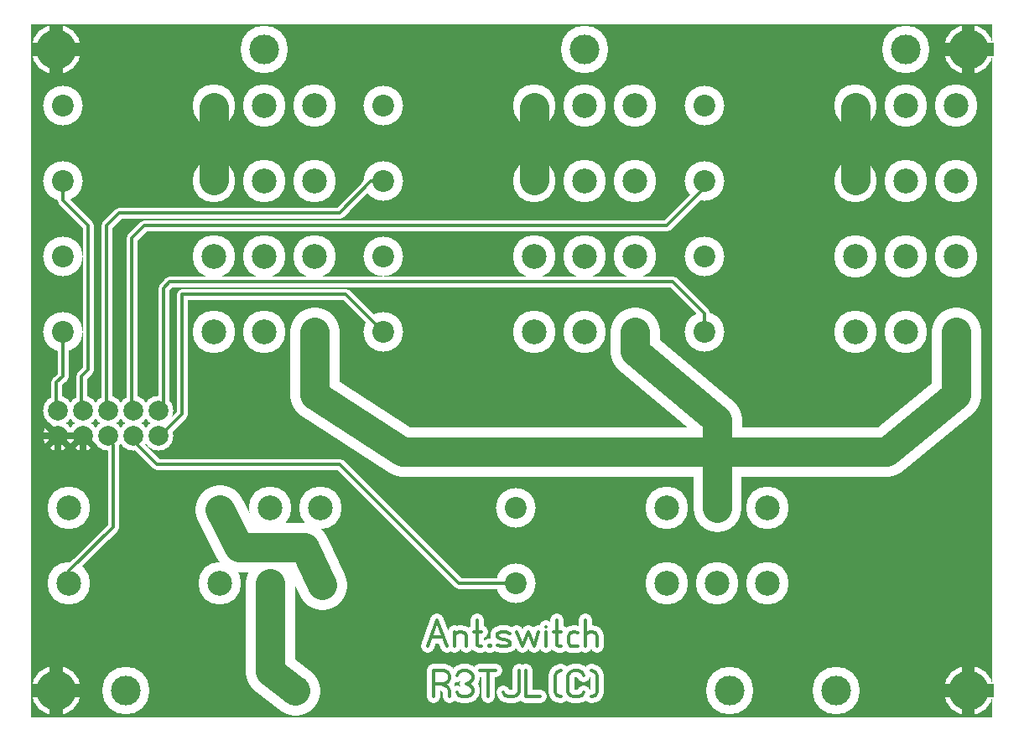
<source format=gbr>
%FSLAX34Y34*%
%MOMM*%
%LNCOPPER_TOP*%
G71*
G01*
%ADD10C, 4.000*%
%ADD11C, 4.300*%
%ADD12C, 4.800*%
%ADD13C, 5.000*%
%ADD14C, 4.800*%
%ADD15C, 3.000*%
%ADD16C, 3.000*%
%ADD17C, 1.100*%
%ADD18C, 5.000*%
%ADD19C, 1.333*%
%ADD20C, 3.000*%
%ADD21C, 1.000*%
%ADD22C, 0.667*%
%ADD23C, 2.200*%
%ADD24C, 2.500*%
%ADD25C, 2.000*%
%ADD26C, 0.300*%
%ADD27C, 4.000*%
%ADD28C, 0.333*%
%LPD*%
G36*
X0Y0D02*
X970000Y0D01*
X970000Y-700000D01*
X0Y-700000D01*
X0Y0D01*
G37*
%LPC*%
X679450Y-82551D02*
G54D10*
D03*
X679450Y-158751D02*
G54D10*
D03*
X831850Y-82551D02*
G54D11*
D03*
X882650Y-82551D02*
G54D11*
D03*
X933450Y-82551D02*
G54D11*
D03*
X831850Y-158751D02*
G54D11*
D03*
X882650Y-158751D02*
G54D11*
D03*
X933450Y-158751D02*
G54D11*
D03*
X882650Y-25400D02*
G54D12*
D03*
X558800Y-25400D02*
G54D12*
D03*
X234950Y-25400D02*
G54D12*
D03*
X31750Y-234951D02*
G54D10*
D03*
X31750Y-311151D02*
G54D10*
D03*
X184150Y-234951D02*
G54D11*
D03*
X234950Y-234951D02*
G54D11*
D03*
X285750Y-234951D02*
G54D11*
D03*
X184150Y-311151D02*
G54D11*
D03*
X234950Y-311151D02*
G54D11*
D03*
X285750Y-311151D02*
G54D11*
D03*
X31750Y-82551D02*
G54D10*
D03*
X31750Y-158751D02*
G54D10*
D03*
X184150Y-82551D02*
G54D11*
D03*
X234950Y-82551D02*
G54D11*
D03*
X285750Y-82551D02*
G54D11*
D03*
X184150Y-158751D02*
G54D11*
D03*
X234950Y-158751D02*
G54D11*
D03*
X285750Y-158751D02*
G54D11*
D03*
X355600Y-82551D02*
G54D10*
D03*
X355600Y-158751D02*
G54D10*
D03*
X508000Y-82551D02*
G54D11*
D03*
X558800Y-82551D02*
G54D11*
D03*
X609600Y-82551D02*
G54D11*
D03*
X508000Y-158751D02*
G54D11*
D03*
X558800Y-158751D02*
G54D11*
D03*
X609600Y-158751D02*
G54D11*
D03*
X355601Y-234952D02*
G54D10*
D03*
X355601Y-311152D02*
G54D10*
D03*
X508001Y-234952D02*
G54D11*
D03*
X558801Y-234952D02*
G54D11*
D03*
X609601Y-234952D02*
G54D11*
D03*
X508001Y-311152D02*
G54D11*
D03*
X558801Y-311152D02*
G54D11*
D03*
X609601Y-311152D02*
G54D11*
D03*
X679450Y-234951D02*
G54D10*
D03*
X679450Y-311151D02*
G54D10*
D03*
X831850Y-234951D02*
G54D11*
D03*
X882650Y-234951D02*
G54D11*
D03*
X933450Y-234951D02*
G54D11*
D03*
X831850Y-311151D02*
G54D11*
D03*
X882650Y-311151D02*
G54D11*
D03*
X933450Y-311151D02*
G54D11*
D03*
X488950Y-488952D02*
G54D10*
D03*
X488950Y-565152D02*
G54D10*
D03*
X641350Y-488952D02*
G54D11*
D03*
X692150Y-488952D02*
G54D11*
D03*
X742950Y-488952D02*
G54D11*
D03*
X641350Y-565152D02*
G54D11*
D03*
X692150Y-565152D02*
G54D11*
D03*
X742950Y-565152D02*
G54D11*
D03*
X38100Y-488951D02*
G54D11*
D03*
X38100Y-565151D02*
G54D11*
D03*
X190500Y-488951D02*
G54D11*
D03*
X241300Y-488951D02*
G54D11*
D03*
X292100Y-488951D02*
G54D11*
D03*
X190500Y-565151D02*
G54D11*
D03*
X241300Y-565151D02*
G54D11*
D03*
X292100Y-565151D02*
G54D11*
D03*
G54D13*
X285750Y-311150D02*
X285750Y-374650D01*
X374650Y-431800D01*
X863600Y-431800D01*
X933450Y-374650D01*
X933450Y-311150D01*
G54D13*
X609600Y-311150D02*
X609600Y-330200D01*
X692150Y-400050D01*
X692150Y-431800D01*
G54D14*
X692150Y-488950D02*
X692150Y-431800D01*
G54D13*
X241300Y-565150D02*
X241300Y-654050D01*
X266700Y-673100D01*
X95250Y-673100D02*
G54D12*
D03*
X266700Y-673100D02*
G54D12*
D03*
X704850Y-673100D02*
G54D12*
D03*
X812800Y-673100D02*
G54D12*
D03*
X127000Y-25400D02*
G54D15*
D03*
X444500Y-25400D02*
G54D15*
D03*
X774700Y-25400D02*
G54D15*
D03*
X158750Y-673100D02*
G54D15*
D03*
X336550Y-673100D02*
G54D15*
D03*
X635000Y-673100D02*
G54D15*
D03*
X889000Y-673100D02*
G54D15*
D03*
X128492Y-390098D02*
G54D16*
D03*
X128492Y-415498D02*
G54D16*
D03*
X103092Y-390098D02*
G54D16*
D03*
X103092Y-415498D02*
G54D16*
D03*
X77692Y-390098D02*
G54D16*
D03*
X77692Y-415498D02*
G54D16*
D03*
X52292Y-390098D02*
G54D16*
D03*
X52292Y-415498D02*
G54D16*
D03*
X26892Y-390098D02*
G54D16*
D03*
X26892Y-415498D02*
G54D16*
D03*
G54D17*
X31750Y-311150D02*
X31750Y-355600D01*
X25400Y-361950D01*
X25400Y-387350D01*
G54D17*
X31750Y-158750D02*
X31750Y-177800D01*
X57150Y-203200D01*
X57150Y-349250D01*
X50800Y-355600D01*
X50800Y-387350D01*
G54D17*
X679450Y-311150D02*
X679450Y-292100D01*
X647700Y-260350D01*
X139700Y-260350D01*
X133350Y-266700D01*
X133350Y-387350D01*
X127000Y-393700D01*
G54D17*
X355600Y-158750D02*
X342900Y-158750D01*
X311150Y-190500D01*
X88900Y-190500D01*
X76200Y-203200D01*
X76200Y-393700D01*
G54D17*
X679450Y-158750D02*
X679450Y-165100D01*
X641350Y-203200D01*
X114300Y-203200D01*
X101600Y-215900D01*
X101600Y-387350D01*
G54D17*
X355600Y-311150D02*
X317500Y-273050D01*
X152400Y-273050D01*
X152400Y-393700D01*
X127000Y-419100D01*
G54D17*
X488950Y-565150D02*
X431800Y-565150D01*
X311150Y-444500D01*
X127000Y-444500D01*
X101600Y-419100D01*
G54D17*
X38100Y-565150D02*
X38100Y-552450D01*
X82550Y-508000D01*
X82550Y-425450D01*
X76200Y-419100D01*
X946150Y-25400D02*
G54D18*
D03*
X25400Y-25400D02*
G54D18*
D03*
X25400Y-673100D02*
G54D18*
D03*
X946150Y-673100D02*
G54D18*
D03*
G54D19*
X400050Y-628650D02*
X410050Y-601983D01*
X420050Y-628650D01*
G54D19*
X404050Y-618650D02*
X416050Y-618650D01*
G54D19*
X427383Y-628650D02*
X427383Y-613650D01*
G54D19*
X427383Y-616983D02*
X429383Y-614650D01*
X433383Y-613650D01*
X437383Y-614650D01*
X439383Y-616983D01*
X439383Y-628650D01*
G54D19*
X450716Y-601983D02*
X450716Y-626983D01*
X452716Y-628650D01*
X454716Y-627983D01*
G54D19*
X446716Y-613650D02*
X454716Y-613650D01*
G54D19*
X463649Y-628650D02*
X462049Y-628650D01*
X462049Y-627317D01*
X463649Y-627317D01*
X463649Y-628650D01*
X462049Y-628650D01*
G54D19*
X470982Y-626983D02*
X474982Y-628650D01*
X478982Y-628650D01*
X482982Y-626983D01*
X482982Y-623650D01*
X480982Y-621983D01*
X472982Y-620317D01*
X470982Y-618650D01*
X470982Y-615317D01*
X474982Y-613650D01*
X478982Y-613650D01*
X482982Y-615317D01*
G54D19*
X490315Y-613650D02*
X496315Y-628650D01*
X502315Y-613650D01*
X508315Y-628650D01*
X512315Y-613650D01*
G54D19*
X519648Y-628650D02*
X519648Y-613650D01*
G54D19*
X519648Y-608650D02*
X519648Y-608650D01*
G54D19*
X530981Y-601983D02*
X530981Y-626983D01*
X532981Y-628650D01*
X534981Y-627983D01*
G54D19*
X526981Y-613650D02*
X534981Y-613650D01*
G54D19*
X552314Y-614650D02*
X548314Y-613650D01*
X544314Y-614650D01*
X542314Y-617983D01*
X542314Y-624650D01*
X544314Y-627983D01*
X548314Y-628650D01*
X552314Y-627983D01*
G54D19*
X559647Y-628650D02*
X559647Y-601983D01*
G54D19*
X559647Y-617983D02*
X561647Y-614650D01*
X565647Y-613650D01*
X569647Y-614650D01*
X571647Y-617983D01*
X571647Y-628650D01*
G54D19*
X414400Y-666117D02*
X420400Y-669450D01*
X422400Y-672783D01*
X422400Y-679450D01*
G54D19*
X406400Y-679450D02*
X406400Y-652783D01*
X416400Y-652783D01*
X420400Y-654450D01*
X422400Y-657783D01*
X422400Y-661117D01*
X420400Y-664450D01*
X416400Y-666117D01*
X406400Y-666117D01*
G54D19*
X429733Y-657783D02*
X431733Y-654450D01*
X435733Y-652783D01*
X439733Y-652783D01*
X443733Y-654450D01*
X445733Y-657783D01*
X445733Y-661117D01*
X443733Y-664450D01*
X439733Y-666117D01*
X443733Y-667783D01*
X445733Y-671117D01*
X445733Y-674450D01*
X443733Y-677783D01*
X439733Y-679450D01*
X435733Y-679450D01*
X431733Y-677783D01*
X429733Y-674450D01*
G54D19*
X461066Y-679450D02*
X461066Y-652783D01*
G54D19*
X453066Y-652783D02*
X469066Y-652783D01*
G54D19*
X492399Y-652783D02*
X492399Y-674450D01*
X490399Y-677783D01*
X486399Y-679450D01*
X482399Y-679450D01*
X478399Y-677783D01*
X476399Y-674450D01*
G54D19*
X499732Y-652783D02*
X499732Y-679450D01*
X513732Y-679450D01*
G54D19*
X534798Y-652783D02*
X530798Y-654450D01*
X528798Y-657783D01*
X528798Y-674450D01*
X530798Y-677783D01*
X534798Y-679450D01*
G54D19*
X558131Y-674450D02*
X556131Y-677783D01*
X552131Y-679450D01*
X548131Y-679450D01*
X544131Y-677783D01*
X542131Y-674450D01*
X542131Y-657783D01*
X544131Y-654450D01*
X548131Y-652783D01*
X552131Y-652783D01*
X556131Y-654450D01*
X558131Y-657783D01*
G54D19*
X565464Y-652783D02*
X569464Y-654450D01*
X571464Y-657783D01*
X571464Y-674450D01*
X569464Y-677783D01*
X565464Y-679450D01*
G54D13*
X190500Y-490538D02*
X209550Y-528638D01*
X276225Y-528638D01*
X293688Y-566738D01*
G54D20*
X184150Y-84138D02*
X184150Y-157162D01*
G54D20*
X508000Y-84138D02*
X508000Y-157162D01*
G54D20*
X831850Y-84138D02*
X831850Y-157162D01*
X858838Y-511175D02*
G54D21*
D03*
X779463Y-595312D02*
G54D21*
D03*
X927100Y-604838D02*
G54D21*
D03*
X430213Y-488950D02*
G54D21*
D03*
X585788Y-525462D02*
G54D21*
D03*
X379413Y-647700D02*
G54D21*
D03*
X131763Y-484188D02*
G54D21*
D03*
X444500Y-300038D02*
G54D21*
D03*
X176213Y-400050D02*
G54D21*
D03*
X127000Y-230188D02*
G54D21*
D03*
X782638Y-300038D02*
G54D21*
D03*
X452438Y-227012D02*
G54D21*
D03*
X782638Y-195262D02*
G54D21*
D03*
X88900Y-214312D02*
G54D21*
D03*
X22226Y-195262D02*
G54D21*
D03*
X39688Y-447675D02*
G54D21*
D03*
X125413Y-152400D02*
G54D21*
D03*
X320676Y-104775D02*
G54D21*
D03*
X465138Y-119062D02*
G54D21*
D03*
X644526Y-117475D02*
G54D21*
D03*
X785813Y-95250D02*
G54D21*
D03*
X876300Y-360362D02*
G54D21*
D03*
X544513Y-398462D02*
G54D21*
D03*
X249238Y-415925D02*
G54D21*
D03*
X236538Y-346075D02*
G54D21*
D03*
X338138Y-541338D02*
G54D21*
D03*
X146050Y-582612D02*
G54D21*
D03*
X950913Y-198438D02*
G54D21*
D03*
%LPD*%
G54D22*
G36*
X54649Y-413141D02*
X65609Y-424101D01*
X60895Y-428815D01*
X49935Y-417855D01*
X54649Y-413141D01*
G37*
G36*
X55625Y-415498D02*
X55625Y-430998D01*
X48959Y-430998D01*
X48959Y-415498D01*
X55625Y-415498D01*
G37*
G36*
X54649Y-417855D02*
X43689Y-428815D01*
X38975Y-424101D01*
X49935Y-413141D01*
X54649Y-417855D01*
G37*
G36*
X52292Y-418831D02*
X36792Y-418831D01*
X36792Y-412165D01*
X52292Y-412165D01*
X52292Y-418831D01*
G37*
G54D22*
G36*
X26892Y-412165D02*
X42392Y-412165D01*
X42392Y-418831D01*
X26892Y-418831D01*
X26892Y-412165D01*
G37*
G36*
X29249Y-413141D02*
X40209Y-424101D01*
X35495Y-428815D01*
X24535Y-417855D01*
X29249Y-413141D01*
G37*
G36*
X30225Y-415498D02*
X30225Y-430998D01*
X23559Y-430998D01*
X23559Y-415498D01*
X30225Y-415498D01*
G37*
G36*
X29249Y-417855D02*
X18289Y-428815D01*
X13575Y-424101D01*
X24535Y-413141D01*
X29249Y-417855D01*
G37*
G36*
X26892Y-418831D02*
X11392Y-418831D01*
X11392Y-412165D01*
X26892Y-412165D01*
X26892Y-418831D01*
G37*
G36*
X24535Y-417855D02*
X13575Y-406895D01*
X18289Y-402181D01*
X29249Y-413141D01*
X24535Y-417855D01*
G37*
G54D19*
G36*
X939483Y-25400D02*
X939483Y100D01*
X952817Y100D01*
X952817Y-25400D01*
X939483Y-25400D01*
G37*
G36*
X946150Y-18733D02*
X971650Y-18733D01*
X971650Y-32067D01*
X946150Y-32067D01*
X946150Y-18733D01*
G37*
G36*
X952817Y-25400D02*
X952817Y-50900D01*
X939483Y-50900D01*
X939483Y-25400D01*
X952817Y-25400D01*
G37*
G36*
X946150Y-32067D02*
X920650Y-32067D01*
X920650Y-18733D01*
X946150Y-18733D01*
X946150Y-32067D01*
G37*
G54D19*
G36*
X18733Y-25400D02*
X18733Y100D01*
X32067Y100D01*
X32067Y-25400D01*
X18733Y-25400D01*
G37*
G36*
X25400Y-18733D02*
X50900Y-18733D01*
X50900Y-32067D01*
X25400Y-32067D01*
X25400Y-18733D01*
G37*
G36*
X32067Y-25400D02*
X32067Y-50900D01*
X18733Y-50900D01*
X18733Y-25400D01*
X32067Y-25400D01*
G37*
G36*
X25400Y-32067D02*
X-100Y-32067D01*
X-100Y-18733D01*
X25400Y-18733D01*
X25400Y-32067D01*
G37*
G54D19*
G36*
X18733Y-673100D02*
X18733Y-647600D01*
X32067Y-647600D01*
X32067Y-673100D01*
X18733Y-673100D01*
G37*
G36*
X25400Y-666433D02*
X50900Y-666433D01*
X50900Y-679767D01*
X25400Y-679767D01*
X25400Y-666433D01*
G37*
G36*
X32067Y-673100D02*
X32067Y-698600D01*
X18733Y-698600D01*
X18733Y-673100D01*
X32067Y-673100D01*
G37*
G36*
X25400Y-679767D02*
X-100Y-679767D01*
X-100Y-666433D01*
X25400Y-666433D01*
X25400Y-679767D01*
G37*
G54D19*
G36*
X939483Y-673100D02*
X939483Y-647600D01*
X952817Y-647600D01*
X952817Y-673100D01*
X939483Y-673100D01*
G37*
G36*
X946150Y-666433D02*
X971650Y-666433D01*
X971650Y-679767D01*
X946150Y-679767D01*
X946150Y-666433D01*
G37*
G36*
X952817Y-673100D02*
X952817Y-698600D01*
X939483Y-698600D01*
X939483Y-673100D01*
X952817Y-673100D01*
G37*
G36*
X946150Y-679767D02*
X920650Y-679767D01*
X920650Y-666433D01*
X946150Y-666433D01*
X946150Y-679767D01*
G37*
X679450Y-82551D02*
G54D23*
D03*
X679450Y-158751D02*
G54D23*
D03*
X831850Y-82551D02*
G54D24*
D03*
X882650Y-82551D02*
G54D24*
D03*
X933450Y-82551D02*
G54D24*
D03*
X831850Y-158751D02*
G54D24*
D03*
X882650Y-158751D02*
G54D24*
D03*
X933450Y-158751D02*
G54D24*
D03*
X882650Y-25400D02*
G54D15*
D03*
X558800Y-25400D02*
G54D15*
D03*
X234950Y-25400D02*
G54D15*
D03*
X31750Y-234951D02*
G54D23*
D03*
X31750Y-311151D02*
G54D23*
D03*
X184150Y-234951D02*
G54D24*
D03*
X234950Y-234951D02*
G54D24*
D03*
X285750Y-234951D02*
G54D24*
D03*
X184150Y-311151D02*
G54D24*
D03*
X234950Y-311151D02*
G54D24*
D03*
X285750Y-311151D02*
G54D24*
D03*
X31750Y-82551D02*
G54D23*
D03*
X31750Y-158751D02*
G54D23*
D03*
X184150Y-82551D02*
G54D24*
D03*
X234950Y-82551D02*
G54D24*
D03*
X285750Y-82551D02*
G54D24*
D03*
X184150Y-158751D02*
G54D24*
D03*
X234950Y-158751D02*
G54D24*
D03*
X285750Y-158751D02*
G54D24*
D03*
X355600Y-82551D02*
G54D23*
D03*
X355600Y-158751D02*
G54D23*
D03*
X508000Y-82551D02*
G54D24*
D03*
X558800Y-82551D02*
G54D24*
D03*
X609600Y-82551D02*
G54D24*
D03*
X508000Y-158751D02*
G54D24*
D03*
X558800Y-158751D02*
G54D24*
D03*
X609600Y-158751D02*
G54D24*
D03*
X355601Y-234952D02*
G54D23*
D03*
X355601Y-311152D02*
G54D23*
D03*
X508001Y-234952D02*
G54D24*
D03*
X558801Y-234952D02*
G54D24*
D03*
X609601Y-234952D02*
G54D24*
D03*
X508001Y-311152D02*
G54D24*
D03*
X558801Y-311152D02*
G54D24*
D03*
X609601Y-311152D02*
G54D24*
D03*
X679450Y-234951D02*
G54D23*
D03*
X679450Y-311151D02*
G54D23*
D03*
X831850Y-234951D02*
G54D24*
D03*
X882650Y-234951D02*
G54D24*
D03*
X933450Y-234951D02*
G54D24*
D03*
X831850Y-311151D02*
G54D24*
D03*
X882650Y-311151D02*
G54D24*
D03*
X933450Y-311151D02*
G54D24*
D03*
X488950Y-488952D02*
G54D23*
D03*
X488950Y-565152D02*
G54D23*
D03*
X641350Y-488952D02*
G54D24*
D03*
X692150Y-488952D02*
G54D24*
D03*
X742950Y-488952D02*
G54D24*
D03*
X641350Y-565152D02*
G54D24*
D03*
X692150Y-565152D02*
G54D24*
D03*
X742950Y-565152D02*
G54D24*
D03*
X38100Y-488951D02*
G54D24*
D03*
X38100Y-565151D02*
G54D24*
D03*
X190500Y-488951D02*
G54D24*
D03*
X241300Y-488951D02*
G54D24*
D03*
X292100Y-488951D02*
G54D24*
D03*
X190500Y-565151D02*
G54D24*
D03*
X241300Y-565151D02*
G54D24*
D03*
X292100Y-565151D02*
G54D24*
D03*
G54D20*
X285750Y-311150D02*
X285750Y-374650D01*
X374650Y-431800D01*
X863600Y-431800D01*
X933450Y-374650D01*
X933450Y-311150D01*
G54D20*
X609600Y-311150D02*
X609600Y-330200D01*
X692150Y-400050D01*
X692150Y-431800D01*
G54D20*
X692150Y-488950D02*
X692150Y-431800D01*
G54D20*
X241300Y-565150D02*
X241300Y-654050D01*
X266700Y-673100D01*
X95250Y-673100D02*
G54D15*
D03*
X266700Y-673100D02*
G54D15*
D03*
X704850Y-673100D02*
G54D15*
D03*
X812800Y-673100D02*
G54D15*
D03*
X127000Y-25400D02*
G54D15*
D03*
X444500Y-25400D02*
G54D15*
D03*
X774700Y-25400D02*
G54D15*
D03*
X158750Y-673100D02*
G54D15*
D03*
X336550Y-673100D02*
G54D15*
D03*
X635000Y-673100D02*
G54D15*
D03*
X889000Y-673100D02*
G54D15*
D03*
X128492Y-390098D02*
G54D25*
D03*
X128492Y-415498D02*
G54D25*
D03*
X103092Y-390098D02*
G54D25*
D03*
X103092Y-415498D02*
G54D25*
D03*
X77692Y-390098D02*
G54D25*
D03*
X77692Y-415498D02*
G54D25*
D03*
X52292Y-390098D02*
G54D25*
D03*
X52292Y-415498D02*
G54D25*
D03*
X26892Y-390098D02*
G54D25*
D03*
X26892Y-415498D02*
G54D25*
D03*
G54D26*
X31750Y-311150D02*
X31750Y-355600D01*
X25400Y-361950D01*
X25400Y-387350D01*
G54D26*
X31750Y-158750D02*
X31750Y-177800D01*
X57150Y-203200D01*
X57150Y-349250D01*
X50800Y-355600D01*
X50800Y-387350D01*
G54D26*
X679450Y-311150D02*
X679450Y-292100D01*
X647700Y-260350D01*
X139700Y-260350D01*
X133350Y-266700D01*
X133350Y-387350D01*
X127000Y-393700D01*
G54D26*
X355600Y-158750D02*
X342900Y-158750D01*
X311150Y-190500D01*
X88900Y-190500D01*
X76200Y-203200D01*
X76200Y-393700D01*
G54D26*
X679450Y-158750D02*
X679450Y-165100D01*
X641350Y-203200D01*
X114300Y-203200D01*
X101600Y-215900D01*
X101600Y-387350D01*
G54D26*
X355600Y-311150D02*
X317500Y-273050D01*
X152400Y-273050D01*
X152400Y-393700D01*
X127000Y-419100D01*
G54D26*
X488950Y-565150D02*
X431800Y-565150D01*
X311150Y-444500D01*
X127000Y-444500D01*
X101600Y-419100D01*
G54D26*
X38100Y-565150D02*
X38100Y-552450D01*
X82550Y-508000D01*
X82550Y-425450D01*
X76200Y-419100D01*
X946150Y-25400D02*
G54D27*
D03*
X25400Y-25400D02*
G54D27*
D03*
X25400Y-673100D02*
G54D27*
D03*
X946150Y-673100D02*
G54D27*
D03*
G54D28*
X400050Y-628650D02*
X410050Y-601983D01*
X420050Y-628650D01*
G54D28*
X404050Y-618650D02*
X416050Y-618650D01*
G54D28*
X427383Y-628650D02*
X427383Y-613650D01*
G54D28*
X427383Y-616983D02*
X429383Y-614650D01*
X433383Y-613650D01*
X437383Y-614650D01*
X439383Y-616983D01*
X439383Y-628650D01*
G54D28*
X450716Y-601983D02*
X450716Y-626983D01*
X452716Y-628650D01*
X454716Y-627983D01*
G54D28*
X446716Y-613650D02*
X454716Y-613650D01*
G54D28*
X463649Y-628650D02*
X462049Y-628650D01*
X462049Y-627317D01*
X463649Y-627317D01*
X463649Y-628650D01*
X462049Y-628650D01*
G54D28*
X470982Y-626983D02*
X474982Y-628650D01*
X478982Y-628650D01*
X482982Y-626983D01*
X482982Y-623650D01*
X480982Y-621983D01*
X472982Y-620317D01*
X470982Y-618650D01*
X470982Y-615317D01*
X474982Y-613650D01*
X478982Y-613650D01*
X482982Y-615317D01*
G54D28*
X490315Y-613650D02*
X496315Y-628650D01*
X502315Y-613650D01*
X508315Y-628650D01*
X512315Y-613650D01*
G54D28*
X519648Y-628650D02*
X519648Y-613650D01*
G54D28*
X519648Y-608650D02*
X519648Y-608650D01*
G54D28*
X530981Y-601983D02*
X530981Y-626983D01*
X532981Y-628650D01*
X534981Y-627983D01*
G54D28*
X526981Y-613650D02*
X534981Y-613650D01*
G54D28*
X552314Y-614650D02*
X548314Y-613650D01*
X544314Y-614650D01*
X542314Y-617983D01*
X542314Y-624650D01*
X544314Y-627983D01*
X548314Y-628650D01*
X552314Y-627983D01*
G54D28*
X559647Y-628650D02*
X559647Y-601983D01*
G54D28*
X559647Y-617983D02*
X561647Y-614650D01*
X565647Y-613650D01*
X569647Y-614650D01*
X571647Y-617983D01*
X571647Y-628650D01*
G54D28*
X414400Y-666117D02*
X420400Y-669450D01*
X422400Y-672783D01*
X422400Y-679450D01*
G54D28*
X406400Y-679450D02*
X406400Y-652783D01*
X416400Y-652783D01*
X420400Y-654450D01*
X422400Y-657783D01*
X422400Y-661117D01*
X420400Y-664450D01*
X416400Y-666117D01*
X406400Y-666117D01*
G54D28*
X429733Y-657783D02*
X431733Y-654450D01*
X435733Y-652783D01*
X439733Y-652783D01*
X443733Y-654450D01*
X445733Y-657783D01*
X445733Y-661117D01*
X443733Y-664450D01*
X439733Y-666117D01*
X443733Y-667783D01*
X445733Y-671117D01*
X445733Y-674450D01*
X443733Y-677783D01*
X439733Y-679450D01*
X435733Y-679450D01*
X431733Y-677783D01*
X429733Y-674450D01*
G54D28*
X461066Y-679450D02*
X461066Y-652783D01*
G54D28*
X453066Y-652783D02*
X469066Y-652783D01*
G54D28*
X492399Y-652783D02*
X492399Y-674450D01*
X490399Y-677783D01*
X486399Y-679450D01*
X482399Y-679450D01*
X478399Y-677783D01*
X476399Y-674450D01*
G54D28*
X499732Y-652783D02*
X499732Y-679450D01*
X513732Y-679450D01*
G54D28*
X534798Y-652783D02*
X530798Y-654450D01*
X528798Y-657783D01*
X528798Y-674450D01*
X530798Y-677783D01*
X534798Y-679450D01*
G54D28*
X558131Y-674450D02*
X556131Y-677783D01*
X552131Y-679450D01*
X548131Y-679450D01*
X544131Y-677783D01*
X542131Y-674450D01*
X542131Y-657783D01*
X544131Y-654450D01*
X548131Y-652783D01*
X552131Y-652783D01*
X556131Y-654450D01*
X558131Y-657783D01*
G54D28*
X565464Y-652783D02*
X569464Y-654450D01*
X571464Y-657783D01*
X571464Y-674450D01*
X569464Y-677783D01*
X565464Y-679450D01*
G54D20*
X190500Y-490538D02*
X209550Y-528638D01*
X276225Y-528638D01*
X293688Y-566738D01*
G54D20*
X184150Y-84138D02*
X184150Y-157162D01*
G54D20*
X508000Y-84138D02*
X508000Y-157162D01*
G54D20*
X831850Y-84138D02*
X831850Y-157162D01*
X858838Y-511175D02*
G54D21*
D03*
X779463Y-595312D02*
G54D21*
D03*
X927100Y-604838D02*
G54D21*
D03*
X430213Y-488950D02*
G54D21*
D03*
X585788Y-525462D02*
G54D21*
D03*
X379413Y-647700D02*
G54D21*
D03*
X131763Y-484188D02*
G54D21*
D03*
X444500Y-300038D02*
G54D21*
D03*
X176213Y-400050D02*
G54D21*
D03*
X127000Y-230188D02*
G54D21*
D03*
X782638Y-300038D02*
G54D21*
D03*
X452438Y-227012D02*
G54D21*
D03*
X782638Y-195262D02*
G54D21*
D03*
X88900Y-214312D02*
G54D21*
D03*
X22226Y-195262D02*
G54D21*
D03*
X39688Y-447675D02*
G54D21*
D03*
X125413Y-152400D02*
G54D21*
D03*
X320676Y-104775D02*
G54D21*
D03*
X465138Y-119062D02*
G54D21*
D03*
X644526Y-117475D02*
G54D21*
D03*
X785813Y-95250D02*
G54D21*
D03*
X876300Y-360362D02*
G54D21*
D03*
X544513Y-398462D02*
G54D21*
D03*
X249238Y-415925D02*
G54D21*
D03*
X236538Y-346075D02*
G54D21*
D03*
X338138Y-541338D02*
G54D21*
D03*
X146050Y-582612D02*
G54D21*
D03*
X950913Y-198438D02*
G54D21*
D03*
M02*

</source>
